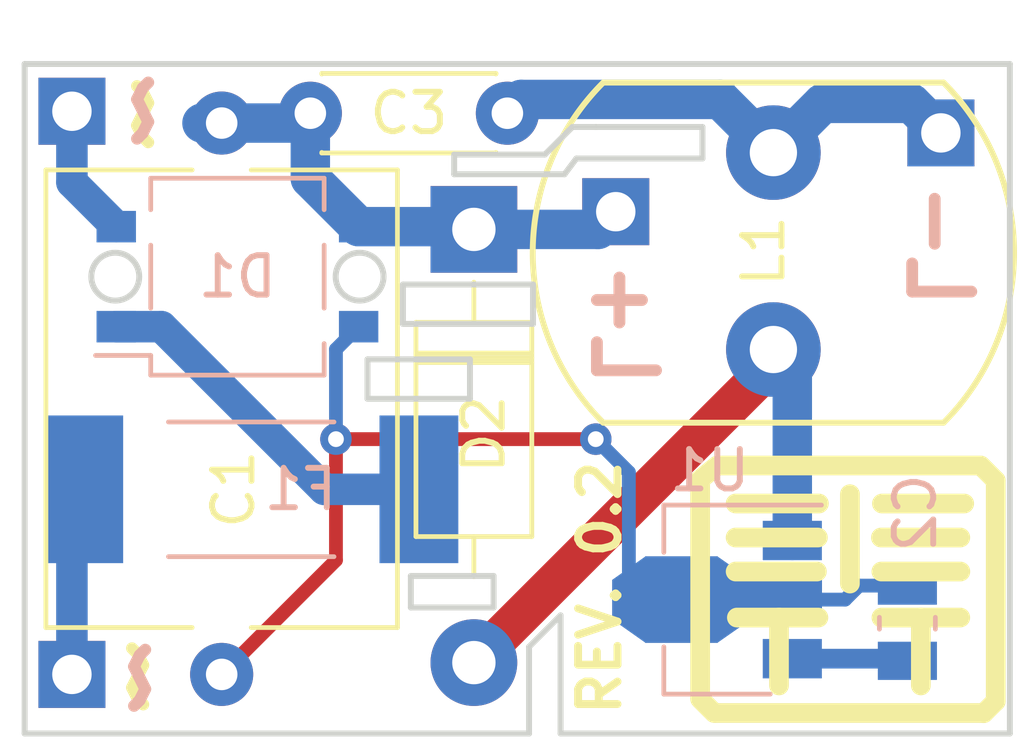
<source format=kicad_pcb>
(kicad_pcb (version 20171130) (host pcbnew "(5.1.12)-1")

  (general
    (thickness 1.6)
    (drawings 38)
    (tracks 43)
    (zones 0)
    (modules 13)
    (nets 9)
  )

  (page A4)
  (layers
    (0 F.Cu signal)
    (31 B.Cu signal)
    (32 B.Adhes user)
    (33 F.Adhes user)
    (34 B.Paste user)
    (35 F.Paste user)
    (36 B.SilkS user)
    (37 F.SilkS user)
    (38 B.Mask user)
    (39 F.Mask user)
    (40 Dwgs.User user)
    (41 Cmts.User user)
    (42 Eco1.User user)
    (43 Eco2.User user)
    (44 Edge.Cuts user)
    (45 Margin user)
    (46 B.CrtYd user hide)
    (47 F.CrtYd user hide)
    (48 B.Fab user hide)
    (49 F.Fab user hide)
  )

  (setup
    (last_trace_width 0.35)
    (trace_clearance 0.3)
    (zone_clearance 0.1)
    (zone_45_only yes)
    (trace_min 0.2)
    (via_size 0.8)
    (via_drill 0.4)
    (via_min_size 0.4)
    (via_min_drill 0.3)
    (uvia_size 0.3)
    (uvia_drill 0.1)
    (uvias_allowed no)
    (uvia_min_size 0.2)
    (uvia_min_drill 0.1)
    (edge_width 0.15)
    (segment_width 0.2)
    (pcb_text_width 0.3)
    (pcb_text_size 1.5 1.5)
    (mod_edge_width 0.15)
    (mod_text_size 1 1)
    (mod_text_width 0.15)
    (pad_size 1.524 1.524)
    (pad_drill 0.762)
    (pad_to_mask_clearance 0.2)
    (aux_axis_origin 0 0)
    (visible_elements 7FFFFFFF)
    (pcbplotparams
      (layerselection 0x010fc_ffffffff)
      (usegerberextensions true)
      (usegerberattributes false)
      (usegerberadvancedattributes false)
      (creategerberjobfile false)
      (excludeedgelayer true)
      (linewidth 0.100000)
      (plotframeref false)
      (viasonmask false)
      (mode 1)
      (useauxorigin false)
      (hpglpennumber 1)
      (hpglpenspeed 20)
      (hpglpendiameter 15.000000)
      (psnegative false)
      (psa4output false)
      (plotreference true)
      (plotvalue true)
      (plotinvisibletext false)
      (padsonsilk false)
      (subtractmaskfromsilk true)
      (outputformat 1)
      (mirror false)
      (drillshape 0)
      (scaleselection 1)
      (outputdirectory "gerber/"))
  )

  (net 0 "")
  (net 1 "Net-(C1-Pad1)")
  (net 2 GND)
  (net 3 "Net-(C2-Pad2)")
  (net 4 "Net-(C3-Pad2)")
  (net 5 "Net-(D1-Pad1)")
  (net 6 "Net-(D1-Pad2)")
  (net 7 "Net-(D2-Pad2)")
  (net 8 "Net-(F1-Pad2)")

  (net_class Default "This is the default net class."
    (clearance 0.3)
    (trace_width 0.35)
    (via_dia 0.8)
    (via_drill 0.4)
    (uvia_dia 0.3)
    (uvia_drill 0.1)
    (add_net GND)
    (add_net "Net-(C1-Pad1)")
    (add_net "Net-(C2-Pad2)")
    (add_net "Net-(C3-Pad2)")
    (add_net "Net-(D1-Pad1)")
    (add_net "Net-(D1-Pad2)")
    (add_net "Net-(D2-Pad2)")
    (add_net "Net-(F1-Pad2)")
  )

  (module Connector_PinHeader_2.54mm:PinHeader_1x01_P2.54mm_Vertical (layer F.Cu) (tedit 5AB1D74C) (tstamp 5ABEFFFA)
    (at 173.25 81.75)
    (descr "Through hole straight pin header, 1x01, 2.54mm pitch, single row")
    (tags "Through hole pin header THT 1x01 2.54mm single row")
    (path /5AB12783)
    (fp_text reference J4 (at -0.25 2.5) (layer F.SilkS) hide
      (effects (font (size 1 1) (thickness 0.15)))
    )
    (fp_text value LED- (at -0.25 3.5 90) (layer F.SilkS) hide
      (effects (font (size 1 1) (thickness 0.15)))
    )
    (fp_line (start -0.635 -1.27) (end 1.27 -1.27) (layer F.Fab) (width 0.1))
    (fp_line (start 1.27 -1.27) (end 1.27 1.27) (layer F.Fab) (width 0.1))
    (fp_line (start 1.27 1.27) (end -1.27 1.27) (layer F.Fab) (width 0.1))
    (fp_line (start -1.27 1.27) (end -1.27 -0.635) (layer F.Fab) (width 0.1))
    (fp_line (start -1.27 -0.635) (end -0.635 -1.27) (layer F.Fab) (width 0.1))
    (fp_line (start -1.8 -1.8) (end -1.8 1.8) (layer F.CrtYd) (width 0.05))
    (fp_line (start -1.8 1.8) (end 1.8 1.8) (layer F.CrtYd) (width 0.05))
    (fp_line (start 1.8 1.8) (end 1.8 -1.8) (layer F.CrtYd) (width 0.05))
    (fp_line (start 1.8 -1.8) (end -1.8 -1.8) (layer F.CrtYd) (width 0.05))
    (fp_text user %R (at 0 0 90) (layer F.Fab)
      (effects (font (size 1 1) (thickness 0.15)))
    )
    (pad 1 thru_hole rect (at 0 0) (size 1.7 1.7) (drill 1) (layers *.Cu *.Mask)
      (net 4 "Net-(C3-Pad2)"))
  )

  (module Connector_PinHeader_2.54mm:PinHeader_1x01_P2.54mm_Vertical (layer F.Cu) (tedit 5AB1D72B) (tstamp 5ABEFFE5)
    (at 165 83.75)
    (descr "Through hole straight pin header, 1x01, 2.54mm pitch, single row")
    (tags "Through hole pin header THT 1x01 2.54mm single row")
    (path /5AB126E3)
    (fp_text reference J3 (at 0 -2.33) (layer F.SilkS) hide
      (effects (font (size 1 1) (thickness 0.15)))
    )
    (fp_text value LED+ (at 0 2.33) (layer F.Fab)
      (effects (font (size 1 1) (thickness 0.15)))
    )
    (fp_line (start 1.8 -1.8) (end -1.8 -1.8) (layer F.CrtYd) (width 0.05))
    (fp_line (start 1.8 1.8) (end 1.8 -1.8) (layer F.CrtYd) (width 0.05))
    (fp_line (start -1.8 1.8) (end 1.8 1.8) (layer F.CrtYd) (width 0.05))
    (fp_line (start -1.8 -1.8) (end -1.8 1.8) (layer F.CrtYd) (width 0.05))
    (fp_line (start -1.27 -0.635) (end -0.635 -1.27) (layer F.Fab) (width 0.1))
    (fp_line (start -1.27 1.27) (end -1.27 -0.635) (layer F.Fab) (width 0.1))
    (fp_line (start 1.27 1.27) (end -1.27 1.27) (layer F.Fab) (width 0.1))
    (fp_line (start 1.27 -1.27) (end 1.27 1.27) (layer F.Fab) (width 0.1))
    (fp_line (start -0.635 -1.27) (end 1.27 -1.27) (layer F.Fab) (width 0.1))
    (fp_text user %R (at 0 0 90) (layer F.Fab)
      (effects (font (size 1 1) (thickness 0.15)))
    )
    (pad 1 thru_hole rect (at 0 0) (size 1.7 1.7) (drill 1) (layers *.Cu *.Mask)
      (net 1 "Net-(C1-Pad1)"))
  )

  (module Inductor_THT:L_Radial_D12.0mm_P5.00mm_Neosid_SD12k_style2 (layer F.Cu) (tedit 5AB1D5A9) (tstamp 5ABF0007)
    (at 169 82.25 270)
    (descr "L, Radial series, Radial, pin pitch=5.00mm, , diameter=12.0mm, Neosid, SD12k, style2, http://www.neosid.de/produktblaetter/neosid_Festinduktivitaet_Sd12k.pdf")
    (tags "L Radial series Radial pin pitch 5.00mm  diameter 12.0mm Neosid SD12k style2")
    (path /5AB11651)
    (fp_text reference L1 (at 2.5 0.25 270) (layer F.SilkS)
      (effects (font (size 1 1) (thickness 0.15)))
    )
    (fp_text value 39mH (at 2.5 7.06 270) (layer F.Fab)
      (effects (font (size 1 1) (thickness 0.15)))
    )
    (fp_circle (center 2.5 0) (end 8.5 0) (layer F.Fab) (width 0.1))
    (fp_line (start 6.858 -4.318) (end 6.858 4.318) (layer F.SilkS) (width 0.15))
    (fp_line (start -1.778 -4.318) (end -1.778 4.318) (layer F.SilkS) (width 0.15))
    (fp_line (start 8.85 -6.35) (end -3.85 -6.35) (layer F.CrtYd) (width 0.05))
    (fp_line (start 8.85 6.35) (end 8.85 -6.35) (layer F.CrtYd) (width 0.05))
    (fp_line (start -3.85 6.35) (end 8.85 6.35) (layer F.CrtYd) (width 0.05))
    (fp_line (start -3.85 -6.35) (end -3.85 6.35) (layer F.CrtYd) (width 0.05))
    (fp_text user %R (at 2.5 0 270) (layer F.Fab)
      (effects (font (size 1 1) (thickness 0.15)))
    )
    (fp_arc (start 2.54 0) (end -1.778 4.318) (angle -90) (layer F.SilkS) (width 0.15))
    (fp_arc (start 2.54 0) (end 6.858 -4.318) (angle -90) (layer F.SilkS) (width 0.15))
    (pad 1 thru_hole circle (at 0 0 270) (size 2.4 2.4) (drill 1.2) (layers *.Cu *.Mask)
      (net 4 "Net-(C3-Pad2)"))
    (pad 2 thru_hole circle (at 5 0 270) (size 2.4 2.4) (drill 1.2) (layers *.Cu *.Mask)
      (net 7 "Net-(D2-Pad2)"))
    (model ${KIPRJMOD}/shapes3D/L_Radial_D12.0mm_P5.00mm_Neosid_SD12k_style2.wrl
      (at (xyz 0 0 0))
      (scale (xyz 1 1 1))
      (rotate (xyz 0 0 0))
    )
  )

  (module Diode_THT:D_DO-41_SOD81_P10.16mm_Horizontal (layer F.Cu) (tedit 5AB12670) (tstamp 5AC7F76E)
    (at 161.4 84.2 270)
    (descr "D, DO-41_SOD81 series, Axial, Horizontal, pin pitch=10.16mm, , length*diameter=5.2*2.7mm^2, , http://www.diodes.com/_files/packages/DO-41%20(Plastic).pdf")
    (tags "D DO-41_SOD81 series Axial Horizontal pin pitch 10.16mm  length 5.2mm diameter 2.7mm")
    (path /5AB11778)
    (fp_text reference D2 (at 5.2 -0.25 270) (layer F.SilkS)
      (effects (font (size 1 1) (thickness 0.15)))
    )
    (fp_text value MUR160 (at 5.08 2.47 270) (layer F.Fab)
      (effects (font (size 1 1) (thickness 0.15)))
    )
    (fp_line (start 2.48 -1.35) (end 2.48 1.35) (layer F.Fab) (width 0.1))
    (fp_line (start 2.48 1.35) (end 7.68 1.35) (layer F.Fab) (width 0.1))
    (fp_line (start 7.68 1.35) (end 7.68 -1.35) (layer F.Fab) (width 0.1))
    (fp_line (start 7.68 -1.35) (end 2.48 -1.35) (layer F.Fab) (width 0.1))
    (fp_line (start 0 0) (end 2.48 0) (layer F.Fab) (width 0.1))
    (fp_line (start 10.16 0) (end 7.68 0) (layer F.Fab) (width 0.1))
    (fp_line (start 3.26 -1.35) (end 3.26 1.35) (layer F.Fab) (width 0.1))
    (fp_line (start 3.36 -1.35) (end 3.36 1.35) (layer F.Fab) (width 0.1))
    (fp_line (start 3.16 -1.35) (end 3.16 1.35) (layer F.Fab) (width 0.1))
    (fp_line (start 2.36 -1.47) (end 2.36 1.47) (layer F.SilkS) (width 0.12))
    (fp_line (start 2.36 1.47) (end 7.8 1.47) (layer F.SilkS) (width 0.12))
    (fp_line (start 7.8 1.47) (end 7.8 -1.47) (layer F.SilkS) (width 0.12))
    (fp_line (start 7.8 -1.47) (end 2.36 -1.47) (layer F.SilkS) (width 0.12))
    (fp_line (start 1.34 0) (end 2.36 0) (layer F.SilkS) (width 0.12))
    (fp_line (start 8.82 0) (end 7.8 0) (layer F.SilkS) (width 0.12))
    (fp_line (start 3.26 -1.47) (end 3.26 1.47) (layer F.SilkS) (width 0.12))
    (fp_line (start 3.38 -1.47) (end 3.38 1.47) (layer F.SilkS) (width 0.12))
    (fp_line (start 3.14 -1.47) (end 3.14 1.47) (layer F.SilkS) (width 0.12))
    (fp_line (start -1.35 -1.75) (end -1.35 1.75) (layer F.CrtYd) (width 0.05))
    (fp_line (start -1.35 1.75) (end 11.55 1.75) (layer F.CrtYd) (width 0.05))
    (fp_line (start 11.55 1.75) (end 11.55 -1.75) (layer F.CrtYd) (width 0.05))
    (fp_line (start 11.55 -1.75) (end -1.35 -1.75) (layer F.CrtYd) (width 0.05))
    (fp_text user %R (at 5.47 0 270) (layer F.Fab)
      (effects (font (size 1 1) (thickness 0.15)))
    )
    (pad 2 thru_hole oval (at 11 0 270) (size 2.2 2.2) (drill 1.1) (layers *.Cu *.Mask)
      (net 7 "Net-(D2-Pad2)"))
    (pad 1 thru_hole rect (at 0 0 270) (size 2.2 2.2) (drill 1.1) (layers *.Cu *.Mask)
      (net 1 "Net-(C1-Pad1)"))
    (model ${KIPRJMOD}/shapes3D/D_DO-41_SOD81_P10.16mm_Horizontal.wrl
      (at (xyz 0 0 0))
      (scale (xyz 1 1 1))
      (rotate (xyz 0 0 0))
    )
  )

  (module Capacitor_THT:C_Rect_L11.5mm_W8.8mm_P10.00mm_MKT (layer F.Cu) (tedit 5AB11D41) (tstamp 5AC80129)
    (at 155 83.5 270)
    (descr "C, Rect series, Radial, pin pitch=10.00mm, length*width=11.5*8.8mm^2, Capacitor, https://en.tdk.eu/inf/20/20/db/fc_2009/MKT_B32560_564.pdf")
    (tags "C Rect series Radial pin pitch 10.00mm  length 11.5mm width 8.8mm Capacitor")
    (path /5AB108A3)
    (fp_text reference C1 (at 7.3 -0.3 90) (layer F.SilkS)
      (effects (font (size 1 1) (thickness 0.15)))
    )
    (fp_text value 100n/400Vdc (at 5 5.71 270) (layer F.Fab)
      (effects (font (size 1 1) (thickness 0.15)))
    )
    (fp_line (start 11.1 -4.75) (end -1.1 -4.75) (layer F.CrtYd) (width 0.05))
    (fp_line (start 11.1 4.75) (end 11.1 -4.75) (layer F.CrtYd) (width 0.05))
    (fp_line (start -1.1 4.75) (end 11.1 4.75) (layer F.CrtYd) (width 0.05))
    (fp_line (start -1.1 -4.75) (end -1.1 4.75) (layer F.CrtYd) (width 0.05))
    (fp_line (start 10.81 0.75) (end 10.81 4.46) (layer F.SilkS) (width 0.12))
    (fp_line (start 10.81 -4.46) (end 10.81 -0.75) (layer F.SilkS) (width 0.12))
    (fp_line (start -0.81 0.75) (end -0.81 4.46) (layer F.SilkS) (width 0.12))
    (fp_line (start -0.81 -4.46) (end -0.81 -0.75) (layer F.SilkS) (width 0.12))
    (fp_line (start -0.81 4.46) (end 10.81 4.46) (layer F.SilkS) (width 0.12))
    (fp_line (start -0.81 -4.46) (end 10.81 -4.46) (layer F.SilkS) (width 0.12))
    (fp_line (start 10.75 -4.4) (end -0.75 -4.4) (layer F.Fab) (width 0.1))
    (fp_line (start 10.75 4.4) (end 10.75 -4.4) (layer F.Fab) (width 0.1))
    (fp_line (start -0.75 4.4) (end 10.75 4.4) (layer F.Fab) (width 0.1))
    (fp_line (start -0.75 -4.4) (end -0.75 4.4) (layer F.Fab) (width 0.1))
    (fp_text user %R (at 5 0 270) (layer F.Fab)
      (effects (font (size 1 1) (thickness 0.15)))
    )
    (pad 1 thru_hole circle (at -2 0 270) (size 1.6 1.6) (drill 0.8) (layers *.Cu *.Mask)
      (net 1 "Net-(C1-Pad1)"))
    (pad 2 thru_hole circle (at 12 0 270) (size 1.6 1.6) (drill 0.8) (layers *.Cu *.Mask)
      (net 2 GND))
    (model ${KIPRJMOD}/shapes3D/C_Rect_L11.5mm_W8.8mm_P10.00mm_MKT.wrl
      (at (xyz 0 0 0))
      (scale (xyz 1 1 1))
      (rotate (xyz 0 0 0))
    )
  )

  (module Connector_PinHeader_2.54mm:PinHeader_1x01_P2.54mm_Vertical (layer F.Cu) (tedit 5AB11CAC) (tstamp 5AB1D3F3)
    (at 151.2 81.2)
    (descr "Through hole straight pin header, 1x01, 2.54mm pitch, single row")
    (tags "Through hole pin header THT 1x01 2.54mm single row")
    (path /5AB12411)
    (fp_text reference J1 (at 2 0) (layer F.SilkS) hide
      (effects (font (size 1 1) (thickness 0.15)))
    )
    (fp_text value AC_IN (at 0 2.33) (layer F.Fab)
      (effects (font (size 1 1) (thickness 0.15)))
    )
    (fp_line (start 1.8 -1.8) (end -1.8 -1.8) (layer F.CrtYd) (width 0.05))
    (fp_line (start 1.8 1.8) (end 1.8 -1.8) (layer F.CrtYd) (width 0.05))
    (fp_line (start -1.8 1.8) (end 1.8 1.8) (layer F.CrtYd) (width 0.05))
    (fp_line (start -1.8 -1.8) (end -1.8 1.8) (layer F.CrtYd) (width 0.05))
    (fp_line (start -1.27 -0.635) (end -0.635 -1.27) (layer F.Fab) (width 0.1))
    (fp_line (start -1.27 1.27) (end -1.27 -0.635) (layer F.Fab) (width 0.1))
    (fp_line (start 1.27 1.27) (end -1.27 1.27) (layer F.Fab) (width 0.1))
    (fp_line (start 1.27 -1.27) (end 1.27 1.27) (layer F.Fab) (width 0.1))
    (fp_line (start -0.635 -1.27) (end 1.27 -1.27) (layer F.Fab) (width 0.1))
    (fp_text user %R (at 0 0 90) (layer F.Fab)
      (effects (font (size 1 1) (thickness 0.15)))
    )
    (pad 1 thru_hole rect (at 0 0) (size 1.7 1.7) (drill 1) (layers *.Cu *.Mask)
      (net 6 "Net-(D1-Pad2)"))
  )

  (module Connector_PinHeader_2.54mm:PinHeader_1x01_P2.54mm_Vertical (layer F.Cu) (tedit 5AB11C8F) (tstamp 5AC7FDC7)
    (at 151.2 95.5)
    (descr "Through hole straight pin header, 1x01, 2.54mm pitch, single row")
    (tags "Through hole pin header THT 1x01 2.54mm single row")
    (path /5AB126AD)
    (fp_text reference J2 (at 2 0) (layer F.SilkS) hide
      (effects (font (size 1 1) (thickness 0.15)))
    )
    (fp_text value AC_IN (at 0 2.33) (layer F.Fab)
      (effects (font (size 1 1) (thickness 0.15)))
    )
    (fp_line (start -0.635 -1.27) (end 1.27 -1.27) (layer F.Fab) (width 0.1))
    (fp_line (start 1.27 -1.27) (end 1.27 1.27) (layer F.Fab) (width 0.1))
    (fp_line (start -1.27 1.27) (end -1.27 -0.635) (layer F.Fab) (width 0.1))
    (fp_line (start -1.27 -0.635) (end -0.635 -1.27) (layer F.Fab) (width 0.1))
    (fp_line (start -1.8 -1.8) (end -1.8 1.8) (layer F.CrtYd) (width 0.05))
    (fp_line (start -1.8 1.8) (end 1.8 1.8) (layer F.CrtYd) (width 0.05))
    (fp_line (start 1.8 1.8) (end 1.8 -1.8) (layer F.CrtYd) (width 0.05))
    (fp_line (start 1.8 -1.8) (end -1.8 -1.8) (layer F.CrtYd) (width 0.05))
    (fp_text user %R (at 0 0 90) (layer F.Fab)
      (effects (font (size 1 1) (thickness 0.15)))
    )
    (pad 1 thru_hole rect (at 0 0) (size 1.7 1.7) (drill 1) (layers *.Cu *.Mask)
      (net 8 "Net-(F1-Pad2)"))
  )

  (module Resistor_SMD:R_2512_6332Metric (layer B.Cu) (tedit 5AB11A36) (tstamp 5AC7F500)
    (at 157 90.8 180)
    (descr "Resistor SMD 2512 (6332 Metric), square (rectangular) end terminal, IPC_7351 nominal, (Body size source: http://www.tortai-tech.com/upload/download/2011102023233369053.pdf), generated with kicad-footprint-generator")
    (tags resistor)
    (path /5AB105A8)
    (attr smd)
    (fp_text reference F1 (at 0 0 180) (layer B.SilkS)
      (effects (font (size 1 1) (thickness 0.15)) (justify mirror))
    )
    (fp_text value 0.5A (at 0 -2.85 180) (layer B.Fab)
      (effects (font (size 1 1) (thickness 0.15)) (justify mirror))
    )
    (fp_line (start 5.09 -1.95) (end -2.59 -1.95) (layer B.CrtYd) (width 0.05))
    (fp_line (start 5.09 1.95) (end 5.09 -1.95) (layer B.CrtYd) (width 0.05))
    (fp_line (start -2.59 1.95) (end 5.09 1.95) (layer B.CrtYd) (width 0.05))
    (fp_line (start -2.59 -1.95) (end -2.59 1.95) (layer B.CrtYd) (width 0.05))
    (fp_line (start -0.85 -1.71) (end 3.35 -1.71) (layer B.SilkS) (width 0.12))
    (fp_line (start -0.85 1.71) (end 3.35 1.71) (layer B.SilkS) (width 0.12))
    (fp_line (start 4.4 -1.6) (end -1.9 -1.6) (layer B.Fab) (width 0.1))
    (fp_line (start 4.4 1.6) (end 4.4 -1.6) (layer B.Fab) (width 0.1))
    (fp_line (start -1.9 1.6) (end 4.4 1.6) (layer B.Fab) (width 0.1))
    (fp_line (start -3.15 -1.6) (end -3.15 1.6) (layer B.Fab) (width 0.1))
    (fp_text user %R (at 0 0 180) (layer B.Fab)
      (effects (font (size 1 1) (thickness 0.15)) (justify mirror))
    )
    (pad 1 smd rect (at -3.005 0 180) (size 2 3.75) (layers B.Cu B.Paste B.Mask)
      (net 5 "Net-(D1-Pad1)"))
    (pad 2 smd rect (at 5.5 0 180) (size 2 3.75) (layers B.Cu B.Paste B.Mask)
      (net 8 "Net-(F1-Pad2)"))
    (model /home/mtiutiu/Downloads/fuse_umt.step
      (offset (xyz 1 0 1.5))
      (scale (xyz 1 1 1))
      (rotate (xyz 0 0 0))
    )
  )

  (module Capacitor_SMD:C_0805_2012Metric (layer B.Cu) (tedit 59FE48B8) (tstamp 5ABF0342)
    (at 172.4 94.2 270)
    (descr "Capacitor SMD 0805 (2012 Metric), square (rectangular) end terminal, IPC_7351 nominal, (Body size source: http://www.tortai-tech.com/upload/download/2011102023233369053.pdf), generated with kicad-footprint-generator")
    (tags capacitor)
    (path /5AB11181)
    (attr smd)
    (fp_text reference C2 (at -2.8 -0.2 270) (layer B.SilkS)
      (effects (font (size 1 1) (thickness 0.15)) (justify mirror))
    )
    (fp_text value 0.1u (at 0 -1.85 270) (layer B.Fab)
      (effects (font (size 1 1) (thickness 0.15)) (justify mirror))
    )
    (fp_line (start 1.69 -1) (end -1.69 -1) (layer B.CrtYd) (width 0.05))
    (fp_line (start 1.69 1) (end 1.69 -1) (layer B.CrtYd) (width 0.05))
    (fp_line (start -1.69 1) (end 1.69 1) (layer B.CrtYd) (width 0.05))
    (fp_line (start -1.69 -1) (end -1.69 1) (layer B.CrtYd) (width 0.05))
    (fp_line (start -0.15 -0.71) (end 0.15 -0.71) (layer B.SilkS) (width 0.12))
    (fp_line (start -0.15 0.71) (end 0.15 0.71) (layer B.SilkS) (width 0.12))
    (fp_line (start 1 -0.6) (end -1 -0.6) (layer B.Fab) (width 0.1))
    (fp_line (start 1 0.6) (end 1 -0.6) (layer B.Fab) (width 0.1))
    (fp_line (start -1 0.6) (end 1 0.6) (layer B.Fab) (width 0.1))
    (fp_line (start -1 -0.6) (end -1 0.6) (layer B.Fab) (width 0.1))
    (fp_text user %R (at 0 0 270) (layer B.Fab)
      (effects (font (size 0.5 0.5) (thickness 0.08)) (justify mirror))
    )
    (pad 1 smd rect (at -0.955 0 270) (size 0.97 1.5) (layers B.Cu B.Paste B.Mask)
      (net 2 GND))
    (pad 2 smd rect (at 0.955 0 270) (size 0.97 1.5) (layers B.Cu B.Paste B.Mask)
      (net 3 "Net-(C2-Pad2)"))
    (model ${KIPRJMOD}/shapes3D/C_0805.stp
      (at (xyz 0 0 0))
      (scale (xyz 1 1 1))
      (rotate (xyz 0 0 0))
    )
  )

  (module Package_TO_SOT_SMD:TO-269AA (layer B.Cu) (tedit 5A4F6848) (tstamp 5AB1D460)
    (at 155.4 85.4)
    (descr "SMD package TO-269AA (e.g. diode bridge), see http://www.vishay.com/docs/88854/padlayouts.pdf")
    (tags "TO-269AA MBS diode bridge")
    (path /5AB0FC3F)
    (attr smd)
    (fp_text reference D1 (at 0 0) (layer B.SilkS)
      (effects (font (size 1 1) (thickness 0.15)) (justify mirror))
    )
    (fp_text value MB10S (at 0 -3.5) (layer B.Fab)
      (effects (font (size 1 1) (thickness 0.15)) (justify mirror))
    )
    (fp_line (start 3.83 -2.65) (end -3.82 -2.65) (layer B.CrtYd) (width 0.05))
    (fp_line (start 3.83 -2.65) (end 3.83 2.65) (layer B.CrtYd) (width 0.05))
    (fp_line (start -3.82 2.65) (end -3.82 -2.65) (layer B.CrtYd) (width 0.05))
    (fp_line (start -3.82 2.65) (end 3.83 2.65) (layer B.CrtYd) (width 0.05))
    (fp_line (start -1.35 2.4) (end 2.05 2.4) (layer B.Fab) (width 0.12))
    (fp_line (start -2.05 1.7) (end -1.35 2.4) (layer B.Fab) (width 0.12))
    (fp_line (start -2.05 -2.4) (end -2.05 1.7) (layer B.Fab) (width 0.12))
    (fp_line (start 2.05 -2.4) (end -2.05 -2.4) (layer B.Fab) (width 0.12))
    (fp_line (start 2.05 2.4) (end 2.05 -2.4) (layer B.Fab) (width 0.12))
    (fp_line (start -2.2 -2.5) (end -2.2 -1.7) (layer B.SilkS) (width 0.12))
    (fp_line (start 2.2 -2.5) (end -2.2 -2.5) (layer B.SilkS) (width 0.12))
    (fp_line (start 2.2 -1.7) (end 2.2 -2.5) (layer B.SilkS) (width 0.12))
    (fp_line (start 2.2 2.5) (end -2.2 2.5) (layer B.SilkS) (width 0.12))
    (fp_line (start 2.2 1.7) (end 2.2 2.5) (layer B.SilkS) (width 0.12))
    (fp_line (start -2.2 0.8) (end -2.2 -0.8) (layer B.SilkS) (width 0.12))
    (fp_line (start 2.2 0.8) (end 2.2 -0.8) (layer B.SilkS) (width 0.12))
    (fp_line (start -2.2 2) (end -3.6 2) (layer B.SilkS) (width 0.12))
    (fp_line (start -2.2 2.5) (end -2.2 2) (layer B.SilkS) (width 0.12))
    (fp_text user %R (at 0 0.065) (layer B.Fab)
      (effects (font (size 1 1) (thickness 0.15)) (justify mirror))
    )
    (pad 1 smd rect (at -3.075 1.27) (size 1 0.8) (layers B.Cu B.Paste B.Mask)
      (net 5 "Net-(D1-Pad1)"))
    (pad 2 smd rect (at -3.075 -1.27) (size 1 0.8) (layers B.Cu B.Paste B.Mask)
      (net 6 "Net-(D1-Pad2)"))
    (pad 3 smd rect (at 3.075 -1.27) (size 1 0.8) (layers B.Cu B.Paste B.Mask)
      (net 1 "Net-(C1-Pad1)"))
    (pad 4 smd rect (at 3.075 1.27) (size 1 0.8) (layers B.Cu B.Paste B.Mask)
      (net 2 GND))
    (model ${KIPRJMOD}/shapes3D/TO-269AA.stp
      (at (xyz 0 0 0))
      (scale (xyz 1 1 1))
      (rotate (xyz 0 0 90))
    )
  )

  (module Package_TO_SOT_SMD:SOT-89-3 (layer B.Cu) (tedit 5A02FF57) (tstamp 5ABF0032)
    (at 168 93.6 180)
    (descr SOT-89-3)
    (tags SOT-89-3)
    (path /5AB106EF)
    (attr smd)
    (fp_text reference U1 (at 0.614 3.2776) (layer B.SilkS)
      (effects (font (size 1 1) (thickness 0.15)) (justify mirror))
    )
    (fp_text value HV9922N8-G (at 0.45 -3.25 180) (layer B.Fab)
      (effects (font (size 1 1) (thickness 0.15)) (justify mirror))
    )
    (fp_line (start -2.48 -2.55) (end -2.48 2.55) (layer B.CrtYd) (width 0.05))
    (fp_line (start -2.48 -2.55) (end 3.23 -2.55) (layer B.CrtYd) (width 0.05))
    (fp_line (start 3.23 2.55) (end -2.48 2.55) (layer B.CrtYd) (width 0.05))
    (fp_line (start 3.23 2.55) (end 3.23 -2.55) (layer B.CrtYd) (width 0.05))
    (fp_line (start -0.13 2.3) (end 1.68 2.3) (layer B.Fab) (width 0.1))
    (fp_line (start -0.92 -2.3) (end -0.92 1.51) (layer B.Fab) (width 0.1))
    (fp_line (start 1.68 -2.3) (end -0.92 -2.3) (layer B.Fab) (width 0.1))
    (fp_line (start 1.68 2.3) (end 1.68 -2.3) (layer B.Fab) (width 0.1))
    (fp_line (start -0.92 1.51) (end -0.13 2.3) (layer B.Fab) (width 0.1))
    (fp_line (start 1.78 2.4) (end 1.78 1.2) (layer B.SilkS) (width 0.12))
    (fp_line (start -2.22 2.4) (end 1.78 2.4) (layer B.SilkS) (width 0.12))
    (fp_line (start 1.78 -2.4) (end -0.92 -2.4) (layer B.SilkS) (width 0.12))
    (fp_line (start 1.78 -1.2) (end 1.78 -2.4) (layer B.SilkS) (width 0.12))
    (fp_text user %R (at 0.38 0 90) (layer B.Fab)
      (effects (font (size 0.6 0.6) (thickness 0.09)) (justify mirror))
    )
    (pad 2 smd trapezoid (at 2.667 0 270) (size 1.6 0.85) (rect_delta 0 -0.6 ) (layers B.Cu B.Paste B.Mask)
      (net 2 GND))
    (pad 1 smd rect (at -1.48 1.5 270) (size 1 1.5) (layers B.Cu B.Paste B.Mask)
      (net 7 "Net-(D2-Pad2)"))
    (pad 2 smd rect (at -1.3335 0 270) (size 1 1.8) (layers B.Cu B.Paste B.Mask)
      (net 2 GND))
    (pad 3 smd rect (at -1.48 -1.5 270) (size 1 1.5) (layers B.Cu B.Paste B.Mask)
      (net 3 "Net-(C2-Pad2)"))
    (pad 2 smd rect (at 1.3335 0 270) (size 2.2 1.84) (layers B.Cu B.Paste B.Mask)
      (net 2 GND))
    (pad 2 smd trapezoid (at -0.0762 0 90) (size 1.5 1) (rect_delta 0 -0.7 ) (layers B.Cu B.Paste B.Mask)
      (net 2 GND))
    (model ${KIPRJMOD}/shapes3D/SOT89-3.stp
      (at (xyz 0 0 0))
      (scale (xyz 1 1 1))
      (rotate (xyz 0 0 0))
    )
  )

  (module Capacitor_THT:C_Disc_D4.3mm_W1.9mm_P5.00mm (layer F.Cu) (tedit 5A142A3B) (tstamp 5AC02A39)
    (at 157.25 81.25)
    (descr "C, Disc series, Radial, pin pitch=5.00mm, diameter*width=4.3*1.9mm^2, Capacitor, http://www.vishay.com/docs/45233/krseries.pdf")
    (tags "C Disc series Radial pin pitch 5.00mm  diameter 4.3mm width 1.9mm Capacitor")
    (path /5AB11861)
    (fp_text reference C3 (at 2.5 0) (layer F.SilkS)
      (effects (font (size 1 1) (thickness 0.15)))
    )
    (fp_text value 10n/100Vdc (at 2.5 2.26) (layer F.Fab)
      (effects (font (size 1 1) (thickness 0.15)))
    )
    (fp_line (start 6.05 -1.3) (end -1.05 -1.3) (layer F.CrtYd) (width 0.05))
    (fp_line (start 6.05 1.3) (end 6.05 -1.3) (layer F.CrtYd) (width 0.05))
    (fp_line (start -1.05 1.3) (end 6.05 1.3) (layer F.CrtYd) (width 0.05))
    (fp_line (start -1.05 -1.3) (end -1.05 1.3) (layer F.CrtYd) (width 0.05))
    (fp_line (start 4.71 0.996) (end 4.71 1.01) (layer F.SilkS) (width 0.12))
    (fp_line (start 4.71 -1.01) (end 4.71 -0.996) (layer F.SilkS) (width 0.12))
    (fp_line (start 0.29 0.996) (end 0.29 1.01) (layer F.SilkS) (width 0.12))
    (fp_line (start 0.29 -1.01) (end 0.29 -0.996) (layer F.SilkS) (width 0.12))
    (fp_line (start 0.29 1.01) (end 4.71 1.01) (layer F.SilkS) (width 0.12))
    (fp_line (start 0.29 -1.01) (end 4.71 -1.01) (layer F.SilkS) (width 0.12))
    (fp_line (start 4.65 -0.95) (end 0.35 -0.95) (layer F.Fab) (width 0.1))
    (fp_line (start 4.65 0.95) (end 4.65 -0.95) (layer F.Fab) (width 0.1))
    (fp_line (start 0.35 0.95) (end 4.65 0.95) (layer F.Fab) (width 0.1))
    (fp_line (start 0.35 -0.95) (end 0.35 0.95) (layer F.Fab) (width 0.1))
    (fp_text user %R (at 2.5 0) (layer F.Fab)
      (effects (font (size 1 1) (thickness 0.15)))
    )
    (pad 1 thru_hole circle (at 0 0) (size 1.6 1.6) (drill 0.8) (layers *.Cu *.Mask)
      (net 1 "Net-(C1-Pad1)"))
    (pad 2 thru_hole circle (at 5 0) (size 1.6 1.6) (drill 0.8) (layers *.Cu *.Mask)
      (net 4 "Net-(C3-Pad2)"))
    (model ${KIPRJMOD}/shapes3D/C_Disc_D4.3mm_W1.9mm_P5.00mm.wrl
      (at (xyz 0 0 0))
      (scale (xyz 1 1 1))
      (rotate (xyz 0 0 0))
    )
  )

  (module myfootprints.pretty:my_logo (layer F.Cu) (tedit 58739751) (tstamp 5AB1ECD9)
    (at 170.942 93.98)
    (attr virtual)
    (fp_text reference REF** (at 0.2032 -5.4864) (layer F.SilkS) hide
      (effects (font (size 1 1) (thickness 0.15)))
    )
    (fp_text value my_logo (at -0.0254 4.6482) (layer F.Fab) hide
      (effects (font (size 1 1) (thickness 0.15)))
    )
    (fp_line (start 2.800141 0.0762) (end 0.799866 0.0762) (layer F.SilkS) (width 0.5))
    (fp_line (start 1.8 0.0762) (end 1.8 1.800019) (layer F.SilkS) (width 0.5))
    (fp_line (start -1.8 0.0762) (end -1.8 1.8) (layer F.SilkS) (width 0.5))
    (fp_line (start -0.799864 0.0762) (end -2.8686 0.0762) (layer F.SilkS) (width 0.5))
    (fp_line (start 0 -0.7874) (end 0 -3.056) (layer F.SilkS) (width 0.5))
    (fp_line (start 0.797879 -1.0922) (end 2.802084 -1.0922) (layer F.SilkS) (width 0.5))
    (fp_line (start 0.7874 -1.9558) (end 2.800773 -1.9558) (layer F.SilkS) (width 0.5))
    (fp_line (start 0.8128 -2.8194) (end 2.90009 -2.8194) (layer F.SilkS) (width 0.5))
    (fp_line (start -2.900014 -1.0922) (end -0.8382 -1.0922) (layer F.SilkS) (width 0.5))
    (fp_line (start -2.900745 -1.9558) (end -0.8128 -1.9558) (layer F.SilkS) (width 0.5))
    (fp_line (start 3.319 -3.7846) (end 3.7 -3.4036) (layer F.SilkS) (width 0.5))
    (fp_line (start 3.7 -3.4) (end 3.7 2.203646) (layer F.SilkS) (width 0.5))
    (fp_line (start 3.7 2.2) (end 3.3952 2.5048) (layer F.SilkS) (width 0.5))
    (fp_line (start 3.4 2.5) (end -3.4 2.5) (layer F.SilkS) (width 0.5))
    (fp_line (start -3.4444 2.5) (end -3.8 2.1444) (layer F.SilkS) (width 0.5))
    (fp_line (start -3.8 2.100956) (end -3.8 -3.4036) (layer F.SilkS) (width 0.5))
    (fp_line (start -3.300015 -3.7846) (end 3.300017 -3.7846) (layer F.SilkS) (width 0.5))
    (fp_line (start -3.8 -3.429) (end -3.3682 -3.7846) (layer F.SilkS) (width 0.5))
    (fp_line (start -2.900089 -2.8194) (end -0.7874 -2.8194) (layer F.SilkS) (width 0.5))
    (fp_line (start -0.7874 -2.8194) (end -0.7874 -2.8194) (layer F.SilkS) (width 0.15))
  )

  (gr_text ~~ (at 152.8318 95.6564 90) (layer B.SilkS) (tstamp 5AB1EFFD)
    (effects (font (size 3 3) (thickness 0.3)) (justify mirror))
  )
  (gr_text ~~ (at 152.908 81.2038 90) (layer F.SilkS) (tstamp 5AB1EFF8)
    (effects (font (size 3 3) (thickness 0.3)))
  )
  (gr_text ~~ (at 152.781 95.4786 90) (layer F.SilkS) (tstamp 5AB1EFF4)
    (effects (font (size 3 3) (thickness 0.3)))
  )
  (gr_text ~~ (at 152.908 81.2546 90) (layer B.SilkS) (tstamp 5AB12627)
    (effects (font (size 3 3) (thickness 0.3)) (justify mirror))
  )
  (gr_text "REV. 0.2" (at 164.592 93.3 90) (layer F.SilkS) (tstamp 5AB136E7)
    (effects (font (size 1 1) (thickness 0.2)))
  )
  (gr_text L- (at 173.2 84.6 270) (layer B.SilkS) (tstamp 5AC03657)
    (effects (font (size 1.5 1.5) (thickness 0.3)) (justify mirror))
  )
  (gr_text L+ (at 165.2 86.6 270) (layer B.SilkS) (tstamp 5AC0364F)
    (effects (font (size 1.5 1.5) (thickness 0.3)) (justify mirror))
  )
  (gr_line (start 163.6 97) (end 175 97) (layer Edge.Cuts) (width 0.15) (tstamp 5AB13821))
  (gr_line (start 162.8 97) (end 162.8 94.8) (layer Edge.Cuts) (width 0.15) (tstamp 5AB13808))
  (gr_line (start 162.8 94.8) (end 163.6 94) (layer Edge.Cuts) (width 0.15) (tstamp 5AB13807))
  (gr_line (start 163.6 94) (end 163.6 97) (layer Edge.Cuts) (width 0.15) (tstamp 5AB13806))
  (gr_line (start 161.9 93) (end 161.9 93.8) (layer Edge.Cuts) (width 0.15) (tstamp 5AB13738))
  (gr_line (start 159.8 93.8) (end 159.8 93) (layer Edge.Cuts) (width 0.15) (tstamp 5AB13737))
  (gr_line (start 159.8 93) (end 161.9 93) (layer Edge.Cuts) (width 0.15) (tstamp 5AB13736))
  (gr_line (start 161.9 93.8) (end 159.8 93.8) (layer Edge.Cuts) (width 0.15) (tstamp 5AB13735))
  (gr_line (start 164 82.4) (end 163.7 82.8) (layer Edge.Cuts) (width 0.15))
  (gr_line (start 167.2 82.4) (end 164 82.4) (layer Edge.Cuts) (width 0.15))
  (gr_line (start 167.2 81.6) (end 167.2 82.4) (layer Edge.Cuts) (width 0.15))
  (gr_line (start 164.5 81.6) (end 167.2 81.6) (layer Edge.Cuts) (width 0.15))
  (gr_line (start 163.9 81.6) (end 164.5 81.6) (layer Edge.Cuts) (width 0.15))
  (gr_line (start 163.2 82.3) (end 163.9 81.6) (layer Edge.Cuts) (width 0.15))
  (gr_line (start 160.9 82.8) (end 160.9 82.3) (layer Edge.Cuts) (width 0.15) (tstamp 5AB135D8))
  (gr_line (start 160.9 82.3) (end 163.2 82.3) (layer Edge.Cuts) (width 0.15) (tstamp 5AB135D2))
  (gr_line (start 163.7 82.8) (end 160.9 82.8) (layer Edge.Cuts) (width 0.15) (tstamp 5AB135DB))
  (gr_line (start 162.9 86.6) (end 159.6 86.6) (layer Edge.Cuts) (width 0.15) (tstamp 5AB13BD6))
  (gr_line (start 159.6 85.6) (end 162.9 85.6) (layer Edge.Cuts) (width 0.15) (tstamp 5AB13BD5))
  (gr_line (start 159.6 86.6) (end 159.6 85.6) (layer Edge.Cuts) (width 0.15) (tstamp 5AB13BD4))
  (gr_line (start 162.9 85.6) (end 162.9 86.6) (layer Edge.Cuts) (width 0.15) (tstamp 5AB13BD3))
  (gr_line (start 158.7 88.5) (end 158.7 87.5) (layer Edge.Cuts) (width 0.15))
  (gr_line (start 161.3 88.5) (end 158.7 88.5) (layer Edge.Cuts) (width 0.15))
  (gr_line (start 161.3 87.5) (end 161.3 88.5) (layer Edge.Cuts) (width 0.15))
  (gr_line (start 158.7 87.5) (end 161.3 87.5) (layer Edge.Cuts) (width 0.15))
  (gr_line (start 175 97) (end 175 80) (layer Edge.Cuts) (width 0.15) (tstamp 5ABF025B))
  (gr_line (start 150 97) (end 150 80) (layer Edge.Cuts) (width 0.15))
  (gr_line (start 162.80039 97) (end 150 97) (layer Edge.Cuts) (width 0.15))
  (gr_line (start 150 80) (end 175 80) (layer Edge.Cuts) (width 0.15))
  (gr_circle (center 158.5 85.4) (end 159.108276 85.4) (layer Edge.Cuts) (width 0.15) (tstamp 5AB13BBA))
  (gr_circle (center 152.3 85.4) (end 152.908276 85.4) (layer Edge.Cuts) (width 0.15))

  (segment (start 155 81.5) (end 157 81.5) (width 1) (layer B.Cu) (net 1))
  (segment (start 157 81.5) (end 157.25 81.25) (width 1) (layer B.Cu) (net 1))
  (segment (start 154.5 81.5) (end 155 81.5) (width 1) (layer B.Cu) (net 1))
  (segment (start 157.25 81.25) (end 157.25 82.905) (width 1) (layer B.Cu) (net 1))
  (segment (start 157.25 82.905) (end 158.475 84.13) (width 1) (layer B.Cu) (net 1))
  (segment (start 158.475 84.13) (end 161.33 84.13) (width 1) (layer B.Cu) (net 1))
  (segment (start 161.33 84.13) (end 161.4 84.2) (width 1) (layer B.Cu) (net 1))
  (segment (start 161.4 84.2) (end 164.55 84.2) (width 1) (layer B.Cu) (net 1))
  (segment (start 164.55 84.2) (end 165 83.75) (width 1) (layer B.Cu) (net 1))
  (segment (start 165.333 93.6) (end 165.333 90.3668) (width 0.35) (layer B.Cu) (net 2))
  (segment (start 165.333 90.3668) (end 164.4922 89.526) (width 0.35) (layer B.Cu) (net 2))
  (segment (start 164.4922 89.526) (end 157.9 89.526) (width 0.35) (layer F.Cu) (net 2))
  (segment (start 166.6665 93.6) (end 165.333 93.6) (width 0.35) (layer B.Cu) (net 2))
  (segment (start 157.9 89.526) (end 157.9 92.6) (width 0.35) (layer F.Cu) (net 2))
  (segment (start 157.9 92.6) (end 155 95.5) (width 0.35) (layer F.Cu) (net 2))
  (segment (start 158.475 86.67) (end 157.9 87.245) (width 0.35) (layer B.Cu) (net 2))
  (segment (start 157.9 87.245) (end 157.9 89.526) (width 0.35) (layer B.Cu) (net 2))
  (segment (start 172.4 93.245) (end 171.1749 93.245) (width 0.35) (layer B.Cu) (net 2))
  (segment (start 169.3335 93.6) (end 170.8199 93.6) (width 0.35) (layer B.Cu) (net 2))
  (segment (start 170.8199 93.6) (end 171.1749 93.245) (width 0.35) (layer B.Cu) (net 2))
  (segment (start 168.0762 93.6) (end 169.3335 93.6) (width 0.35) (layer B.Cu) (net 2))
  (segment (start 168.0762 93.6) (end 166.6665 93.6) (width 0.35) (layer B.Cu) (net 2))
  (via (at 164.4922 89.526) (size 0.8) (layers F.Cu B.Cu) (net 2))
  (via (at 157.9 89.526) (size 0.8) (layers F.Cu B.Cu) (net 2))
  (segment (start 169.48 95.1) (end 172.345 95.1) (width 0.5) (layer B.Cu) (net 3))
  (segment (start 172.345 95.1) (end 172.4 95.155) (width 0.5) (layer B.Cu) (net 3))
  (segment (start 162.25 81.25) (end 162.6 80.9) (width 1) (layer B.Cu) (net 4))
  (segment (start 162.6 80.9) (end 167.65 80.9) (width 1) (layer B.Cu) (net 4))
  (segment (start 167.65 80.9) (end 169 82.25) (width 1) (layer B.Cu) (net 4))
  (segment (start 173.25 81.75) (end 172.5 81) (width 1) (layer B.Cu) (net 4))
  (segment (start 172.5 81) (end 170.25 81) (width 1) (layer B.Cu) (net 4))
  (segment (start 170.25 81) (end 169 82.25) (width 1) (layer B.Cu) (net 4))
  (segment (start 152.325 86.67) (end 153.472 86.67) (width 0.8) (layer B.Cu) (net 5))
  (segment (start 153.472 86.67) (end 157.602 90.8) (width 0.8) (layer B.Cu) (net 5))
  (segment (start 157.602 90.8) (end 160.005 90.8) (width 0.8) (layer B.Cu) (net 5))
  (segment (start 151.2 81.2) (end 151.2 83.005) (width 0.8) (layer B.Cu) (net 6))
  (segment (start 151.2 83.005) (end 152.325 84.13) (width 0.8) (layer B.Cu) (net 6))
  (segment (start 169 87.6) (end 169 87.25) (width 0.5) (layer F.Cu) (net 7))
  (segment (start 161.4 95.2) (end 169 87.6) (width 1) (layer F.Cu) (net 7))
  (segment (start 169.48 92.1) (end 169.48 87.73) (width 1) (layer B.Cu) (net 7))
  (segment (start 169.48 87.73) (end 169 87.25) (width 1) (layer B.Cu) (net 7))
  (segment (start 151.2 95.5) (end 151.2 91.1) (width 0.8) (layer B.Cu) (net 8))
  (segment (start 151.2 91.1) (end 151.5 90.8) (width 0.8) (layer B.Cu) (net 8))

)

</source>
